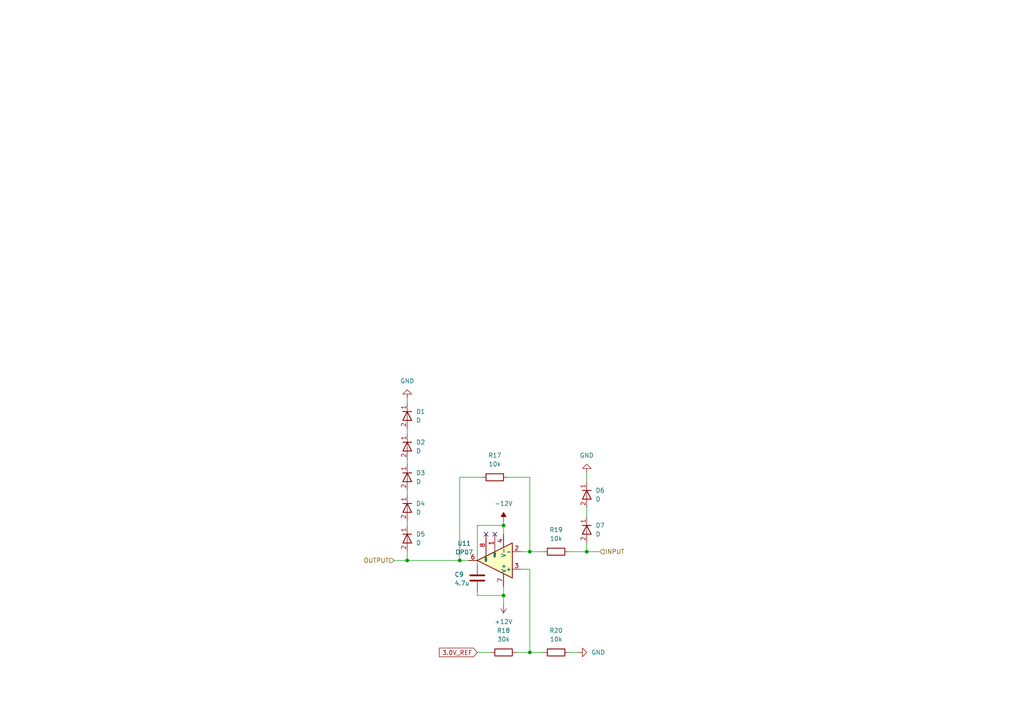
<source format=kicad_sch>
(kicad_sch (version 20250114) (generator "eeschema") (generator_version "9.0")
  (paper "A4")
  (lib_symbols
    (symbol "Amplifier_Operational:OP07" (pin_names (offset 0.127))
      (property "Reference" "U" (at 1.27 6.35 0))
      (property "Value" "OP07" (at 1.27 3.81 0))
      (symbol "OP07_0_1"
        (polyline (pts (xy -5.08 5.08) (xy 5.08 0) (xy -5.08 -5.08) (xy -5.08 5.08)) (stroke (width 0.254)) (fill (type background)))
      )
      (symbol "OP07_1_1"
        (pin input line (at -7.62 2.54 0) (length 2.54) (name "+") (number "3"))
        (pin input line (at -7.62 -2.54 0) (length 2.54) (name "-") (number "2"))
        (pin power_in line (at -2.54 7.62 270) (length 3.81) (name "V+") (number "7"))
        (pin power_in line (at -2.54 -7.62 90) (length 3.81) (name "V-") (number "4"))
        (pin no_connect line (at 0 2.54 270) (length 2.54) (hide yes) (name "NC") (number "5"))
        (pin input line (at 0 -7.62 90) (length 5.08) (name "VOS") (number "1"))
        (pin input line (at 2.54 -7.62 90) (length 6.35) (name "VOS") (number "8"))
        (pin output line (at 7.62 0 180) (length 2.54) (name "~") (number "6"))
      )
    )
    (symbol "Device:C" (pin_numbers (hide yes)) (pin_names (offset 0.254))
      (property "Reference" "C" (at 0.635 2.54 0))
      (property "Value" "C" (at 0.635 -2.54 0))
      (symbol "C_0_1"
        (polyline (pts (xy -2.032 0.762) (xy 2.032 0.762)) (stroke (width 0.508)))
        (polyline (pts (xy -2.032 -0.762) (xy 2.032 -0.762)) (stroke (width 0.508)))
      )
      (symbol "C_1_1"
        (pin passive line (at 0 3.81 270) (length 2.794) (name "~") (number "1"))
        (pin passive line (at 0 -3.81 90) (length 2.794) (name "~") (number "2"))
      )
    )
    (symbol "Device:R" (pin_numbers (hide yes)) (pin_names (offset 0))
      (property "Reference" "R" (at 2.032 0 90))
      (property "Value" "R" (at 0 0 90))
      (symbol "R_0_1"
        (rectangle (start -1.016 -2.54) (end 1.016 2.54) (stroke (width 0.254)))
      )
      (symbol "R_1_1"
        (pin passive line (at 0 3.81 270) (length 1.27) (name "~") (number "1"))
        (pin passive line (at 0 -3.81 90) (length 1.27) (name "~") (number "2"))
      )
    )
    (symbol "Simulation_SPICE:D" (pin_names (offset 1.016) (hide yes))
      (property "Reference" "D" (at 0 2.54 0))
      (property "Value" "D" (at 0 -2.54 0))
      (symbol "D_0_1"
        (polyline (pts (xy -1.27 1.27) (xy -1.27 -1.27)) (stroke (width 0.254)))
        (polyline (pts (xy 1.27 1.27) (xy 1.27 -1.27) (xy -1.27 0) (xy 1.27 1.27)) (stroke (width 0.254)))
        (polyline (pts (xy 1.27 0) (xy -1.27 0)))
      )
      (symbol "D_1_1"
        (pin passive line (at -3.81 0 0) (length 2.54) (name "K") (number "1"))
        (pin passive line (at 3.81 0 180) (length 2.54) (name "A") (number "2"))
      )
    )
    (symbol "power:+12V" (power) (pin_numbers (hide yes)) (pin_names (offset 0) (hide yes))
      (property "Value" "+12V" (at 0 3.556 0))
      (symbol "+12V_0_1"
        (polyline (pts (xy -0.762 1.27) (xy 0 2.54)))
        (polyline (pts (xy 0 2.54) (xy 0.762 1.27)))
        (polyline (pts (xy 0 0) (xy 0 2.54)))
      )
      (symbol "+12V_1_1"
        (pin power_in line (at 0 0 90) (length 0) (name "~") (number "1"))
      )
    )
    (symbol "power:-12V" (power) (pin_numbers (hide yes)) (pin_names (offset 0) (hide yes))
      (property "Value" "-12V" (at 0 3.556 0))
      (symbol "-12V_0_0"
        (pin power_in line (at 0 0 90) (length 0) (name "~") (number "1"))
      )
      (symbol "-12V_0_1"
        (polyline (pts (xy 0 0) (xy 0 1.27) (xy 0.762 1.27) (xy 0 2.54) (xy -0.762 1.27) (xy 0 1.27)) (fill (type outline)))
      )
    )
    (symbol "power:GND" (power) (pin_numbers (hide yes)) (pin_names (offset 0) (hide yes))
      (property "Value" "GND" (at 0 -3.81 0))
      (symbol "GND_0_1"
        (polyline (pts (xy 0 0) (xy 0 -1.27) (xy 1.27 -1.27) (xy 0 -2.54) (xy -1.27 -1.27) (xy 0 -1.27)))
      )
      (symbol "GND_1_1"
        (pin power_in line (at 0 0 270) (length 0) (name "~") (number "1"))
      )
    )
  )
  (junction (at 146.05 152.4))
  (junction (at 118.11 162.56))
  (junction (at 153.67 189.23))
  (junction (at 146.05 172.72))
  (junction (at 170.18 160.02))
  (junction (at 133.35 162.56))
  (junction (at 153.67 160.02))
  (no_connect (at 143.51 154.94))
  (no_connect (at 140.97 154.94))
  (wire (pts (xy 170.18 147.32) (xy 170.18 149.86)))
  (wire (pts (xy 138.43 152.4) (xy 146.05 152.4)))
  (wire (pts (xy 133.35 138.43) (xy 133.35 162.56)))
  (wire (pts (xy 118.11 162.56) (xy 133.35 162.56)))
  (wire (pts (xy 165.1 189.23) (xy 167.64 189.23)))
  (wire (pts (xy 118.11 160.02) (xy 118.11 162.56)))
  (wire (pts (xy 153.67 165.1) (xy 151.13 165.1)))
  (wire (pts (xy 153.67 138.43) (xy 147.32 138.43)))
  (wire (pts (xy 146.05 152.4) (xy 146.05 154.94)))
  (wire (pts (xy 138.43 189.23) (xy 142.24 189.23)))
  (wire (pts (xy 138.43 172.72) (xy 146.05 172.72)))
  (wire (pts (xy 153.67 160.02) (xy 157.48 160.02)))
  (wire (pts (xy 118.11 142.24) (xy 118.11 143.51)))
  (wire (pts (xy 146.05 151.13) (xy 146.05 152.4)))
  (wire (pts (xy 170.18 137.16) (xy 170.18 139.7)))
  (wire (pts (xy 153.67 189.23) (xy 157.48 189.23)))
  (wire (pts (xy 114.3 162.56) (xy 118.11 162.56)))
  (wire (pts (xy 138.43 171.45) (xy 138.43 172.72)))
  (wire (pts (xy 153.67 138.43) (xy 153.67 160.02)))
  (wire (pts (xy 133.35 162.56) (xy 135.89 162.56)))
  (wire (pts (xy 138.43 163.83) (xy 138.43 152.4)))
  (wire (pts (xy 165.1 160.02) (xy 170.18 160.02)))
  (wire (pts (xy 146.05 172.72) (xy 146.05 175.26)))
  (wire (pts (xy 118.11 151.13) (xy 118.11 152.4)))
  (wire (pts (xy 170.18 157.48) (xy 170.18 160.02)))
  (wire (pts (xy 139.7 138.43) (xy 133.35 138.43)))
  (wire (pts (xy 146.05 170.18) (xy 146.05 172.72)))
  (wire (pts (xy 153.67 165.1) (xy 153.67 189.23)))
  (wire (pts (xy 118.11 115.57) (xy 118.11 116.84)))
  (wire (pts (xy 151.13 160.02) (xy 153.67 160.02)))
  (wire (pts (xy 118.11 133.35) (xy 118.11 134.62)))
  (wire (pts (xy 118.11 124.46) (xy 118.11 125.73)))
  (wire (pts (xy 149.86 189.23) (xy 153.67 189.23)))
  (wire (pts (xy 170.18 160.02) (xy 173.99 160.02)))
  (global_label "3.0V_REF" (shape input) (at 138.43 189.23 180) (property "Intersheetrefs" "${INTERSHEET_REFS}" (effects (hide yes))))
  (hierarchical_label "OUTPUT" (shape input) (at 114.3 162.56 180))
  (hierarchical_label "INPUT" (shape input) (at 173.99 160.02 0))
  (symbol (lib_id "Amplifier_Operational:OP07") (at 143.51 162.56 180) (unit 1)
    (property "Reference" "U11" (at 134.62 157.6068 0))
    (property "Value" "OP07" (at 134.62 160.1468 0))
    (property "Footprint" "Package_DIP:DIP-8_W7.62mm" (effects (hide yes)))
    (property "Datasheet" "https://www.analog.com/media/en/technical-documentation/data-sheets/OP07.pdf" (effects (hide yes)))
    (property "Description" "Single Ultra-Low Offset Voltage Operational Amplifier, DIP-8/SOIC-8" (effects (hide yes)))
  )
  (symbol (lib_id "Device:R") (at 146.05 189.23 90) (unit 1)
    (property "Reference" "R18" (at 146.05 182.88 90))
    (property "Value" "30k" (at 146.05 185.42 90))
    (property "Footprint" "Resistor_SMD:R_0603_1608Metric" (effects (hide yes)))
    (property "Description" "Resistor" (effects (hide yes)))
    (property "Sim.Device" "R" (effects (hide yes)))
    (property "Sim.Type" "=" (effects (hide yes)))
    (property "Sim.Params" "r=30k" (effects (hide yes)))
    (property "Sim.Pins" "1=+ 2=-" (effects (hide yes)))
  )
  (symbol (lib_id "Simulation_SPICE:D") (at 118.11 129.54 270) (unit 1)
    (property "Reference" "D2" (at 120.65 128.2699 90) (effects (justify left)))
    (property "Value" "D" (at 120.65 130.8099 90) (effects (justify left)))
    (property "Footprint" "Diode_THT:D_DO-34_SOD68_P2.54mm_Vertical_KathodeUp" (effects (hide yes)))
    (property "Datasheet" "https://ngspice.sourceforge.io/docs/ngspice-html-manual/manual.xhtml#cha_DIODEs" (effects (hide yes)))
    (property "Description" "Diode for simulation or PCB" (effects (hide yes)))
    (property "Sim.Device" "D" (effects (hide yes)))
    (property "Sim.Pins" "1=K 2=A" (effects (hide yes)))
    (property "Sim.Params" "rs=50m cjo=10p" (effects (hide yes)))
  )
  (symbol (lib_id "Simulation_SPICE:D") (at 118.11 120.65 270) (unit 1)
    (property "Reference" "D1" (at 120.65 119.3799 90) (effects (justify left)))
    (property "Value" "D" (at 120.65 121.9199 90) (effects (justify left)))
    (property "Footprint" "Diode_THT:D_DO-34_SOD68_P2.54mm_Vertical_KathodeUp" (effects (hide yes)))
    (property "Datasheet" "https://ngspice.sourceforge.io/docs/ngspice-html-manual/manual.xhtml#cha_DIODEs" (effects (hide yes)))
    (property "Description" "Diode for simulation or PCB" (effects (hide yes)))
    (property "Sim.Device" "D" (effects (hide yes)))
    (property "Sim.Pins" "1=K 2=A" (effects (hide yes)))
    (property "Sim.Params" "rs=50m cjo=10p" (effects (hide yes)))
  )
  (symbol (lib_id "power:+12V") (at 146.05 175.26 180) (unit 1)
    (property "Reference" "#PWR029" (effects (hide yes)))
    (property "Value" "+12V" (at 146.05 180.34 0))
    (property "Description" "Power symbol creates a global label with name \"+12V\"" (effects (hide yes)))
  )
  (symbol (lib_id "Simulation_SPICE:D") (at 118.11 156.21 270) (unit 1)
    (property "Reference" "D5" (at 120.65 154.9399 90) (effects (justify left)))
    (property "Value" "D" (at 120.65 157.4799 90) (effects (justify left)))
    (property "Footprint" "Diode_THT:D_DO-34_SOD68_P2.54mm_Vertical_KathodeUp" (effects (hide yes)))
    (property "Datasheet" "https://ngspice.sourceforge.io/docs/ngspice-html-manual/manual.xhtml#cha_DIODEs" (effects (hide yes)))
    (property "Description" "Diode for simulation or PCB" (effects (hide yes)))
    (property "Sim.Device" "D" (effects (hide yes)))
    (property "Sim.Pins" "1=K 2=A" (effects (hide yes)))
    (property "Sim.Params" "rs=50m cjo=10p" (effects (hide yes)))
  )
  (symbol (lib_id "power:GND") (at 118.11 115.57 180) (unit 1)
    (property "Reference" "#PWR027" (effects (hide yes)))
    (property "Value" "GND" (at 118.11 110.49 0))
    (property "Description" "Power symbol creates a global label with name \"GND\" , ground" (effects (hide yes)))
  )
  (symbol (lib_id "power:GND") (at 170.18 137.16 180) (unit 1)
    (property "Reference" "#PWR031" (effects (hide yes)))
    (property "Value" "GND" (at 170.18 132.08 0))
    (property "Description" "Power symbol creates a global label with name \"GND\" , ground" (effects (hide yes)))
  )
  (symbol (lib_id "Simulation_SPICE:D") (at 118.11 138.43 270) (unit 1)
    (property "Reference" "D3" (at 120.65 137.1599 90) (effects (justify left)))
    (property "Value" "D" (at 120.65 139.6999 90) (effects (justify left)))
    (property "Footprint" "Diode_THT:D_DO-34_SOD68_P2.54mm_Vertical_KathodeUp" (effects (hide yes)))
    (property "Datasheet" "https://ngspice.sourceforge.io/docs/ngspice-html-manual/manual.xhtml#cha_DIODEs" (effects (hide yes)))
    (property "Description" "Diode for simulation or PCB" (effects (hide yes)))
    (property "Sim.Device" "D" (effects (hide yes)))
    (property "Sim.Pins" "1=K 2=A" (effects (hide yes)))
    (property "Sim.Params" "rs=50m cjo=10p" (effects (hide yes)))
  )
  (symbol (lib_id "power:-12V") (at 146.05 151.13 0) (unit 1)
    (property "Reference" "#PWR028" (effects (hide yes)))
    (property "Value" "-12V" (at 146.05 146.05 0))
    (property "Description" "Power symbol creates a global label with name \"-12V\"" (effects (hide yes)))
  )
  (symbol (lib_id "Simulation_SPICE:D") (at 170.18 143.51 270) (unit 1)
    (property "Reference" "D6" (at 172.72 142.2399 90) (effects (justify left)))
    (property "Value" "D" (at 172.72 144.7799 90) (effects (justify left)))
    (property "Footprint" "Diode_THT:D_DO-34_SOD68_P2.54mm_Vertical_KathodeUp" (effects (hide yes)))
    (property "Datasheet" "https://ngspice.sourceforge.io/docs/ngspice-html-manual/manual.xhtml#cha_DIODEs" (effects (hide yes)))
    (property "Description" "Diode for simulation or PCB" (effects (hide yes)))
    (property "Sim.Device" "D" (effects (hide yes)))
    (property "Sim.Pins" "1=K 2=A" (effects (hide yes)))
    (property "Sim.Params" "rs=50m cjo=10p" (effects (hide yes)))
  )
  (symbol (lib_id "Device:R") (at 161.29 160.02 90) (unit 1)
    (property "Reference" "R19" (at 161.29 153.67 90))
    (property "Value" "10k" (at 161.29 156.21 90))
    (property "Footprint" "Resistor_SMD:R_0603_1608Metric" (effects (hide yes)))
    (property "Description" "Resistor" (effects (hide yes)))
  )
  (symbol (lib_id "power:GND") (at 167.64 189.23 90) (unit 1)
    (property "Reference" "#PWR030" (effects (hide yes)))
    (property "Value" "GND" (at 171.45 189.2299 90) (effects (justify right)))
    (property "Description" "Power symbol creates a global label with name \"GND\" , ground" (effects (hide yes)))
  )
  (symbol (lib_id "Device:C") (at 138.43 167.64 0) (unit 1)
    (property "Reference" "C9" (at 131.826 166.624 0) (effects (justify left)))
    (property "Value" "4.7u" (at 131.826 169.164 0) (effects (justify left)))
    (property "Footprint" "Capacitor_SMD:C_1206_3216Metric" (effects (hide yes)))
    (property "Description" "Unpolarized capacitor" (effects (hide yes)))
  )
  (symbol (lib_id "Device:R") (at 143.51 138.43 90) (unit 1)
    (property "Reference" "R17" (at 143.51 132.08 90))
    (property "Value" "10k" (at 143.51 134.62 90))
    (property "Footprint" "Resistor_SMD:R_0603_1608Metric" (effects (hide yes)))
    (property "Description" "Resistor" (effects (hide yes)))
  )
  (symbol (lib_id "Device:R") (at 161.29 189.23 90) (unit 1)
    (property "Reference" "R20" (at 161.29 182.88 90))
    (property "Value" "10k" (at 161.29 185.42 90))
    (property "Footprint" "Resistor_SMD:R_0603_1608Metric" (effects (hide yes)))
    (property "Description" "Resistor" (effects (hide yes)))
    (property "Sim.Device" "R" (effects (hide yes)))
    (property "Sim.Type" "=" (effects (hide yes)))
    (property "Sim.Params" "r=10k" (effects (hide yes)))
    (property "Sim.Pins" "1=+ 2=-" (effects (hide yes)))
  )
  (symbol (lib_id "Simulation_SPICE:D") (at 118.11 147.32 270) (unit 1)
    (property "Reference" "D4" (at 120.65 146.0499 90) (effects (justify left)))
    (property "Value" "D" (at 120.65 148.5899 90) (effects (justify left)))
    (property "Footprint" "Diode_THT:D_DO-34_SOD68_P2.54mm_Vertical_KathodeUp" (effects (hide yes)))
    (property "Datasheet" "https://ngspice.sourceforge.io/docs/ngspice-html-manual/manual.xhtml#cha_DIODEs" (effects (hide yes)))
    (property "Description" "Diode for simulation or PCB" (effects (hide yes)))
    (property "Sim.Device" "D" (effects (hide yes)))
    (property "Sim.Pins" "1=K 2=A" (effects (hide yes)))
    (property "Sim.Params" "rs=50m cjo=10p" (effects (hide yes)))
  )
  (symbol (lib_id "Simulation_SPICE:D") (at 170.18 153.67 270) (unit 1)
    (property "Reference" "D7" (at 172.72 152.3999 90) (effects (justify left)))
    (property "Value" "D" (at 172.72 154.9399 90) (effects (justify left)))
    (property "Footprint" "Diode_THT:D_DO-34_SOD68_P2.54mm_Vertical_KathodeUp" (effects (hide yes)))
    (property "Datasheet" "https://ngspice.sourceforge.io/docs/ngspice-html-manual/manual.xhtml#cha_DIODEs" (effects (hide yes)))
    (property "Description" "Diode for simulation or PCB" (effects (hide yes)))
    (property "Sim.Device" "D" (effects (hide yes)))
    (property "Sim.Pins" "1=K 2=A" (effects (hide yes)))
    (property "Sim.Params" "rs=50m cjo=10p" (effects (hide yes)))
  )
)
</source>
